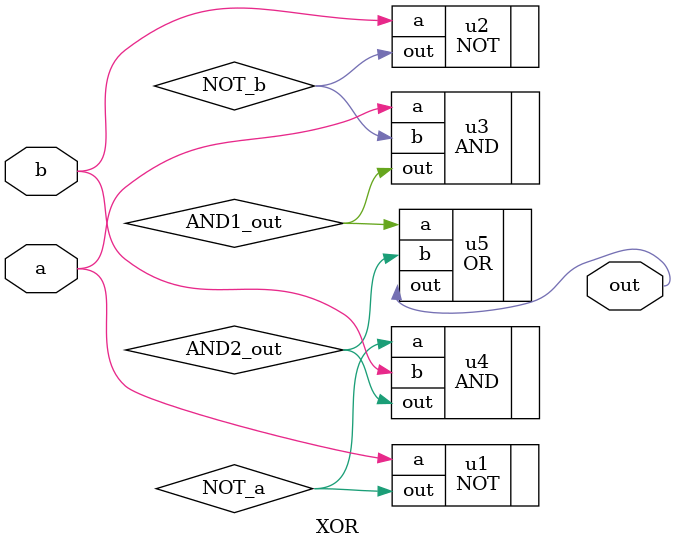
<source format=v>
`timescale 1ns / 1ps


module XOR(
    input a,
    input b,
    output out
    );
    wire NOT_a,NOT_b;
    wire AND1_out,AND2_out;
    wire OR_out;

    //Instantiate NOTa gate
    NOT u1 (
        .a(a),
        .out(NOT_a)
    );
    //Instantiate NOTb gate
    NOT u2 (
        .a(b),
        .out(NOT_b)
    );

    //Instantiate AND1 gate
    AND u3 (
        .a(a),
        .b(NOT_b),
        .out(AND1_out)
    );

    //Instantiate AND2 gate
    AND u4 (
        .a(NOT_a),
        .b(b),
        .out(AND2_out)
    ); 

    //Instantiate OR gate
    OR u5 (
        .a(AND1_out),
        .b(AND2_out),
        .out(out)
    );

endmodule

</source>
